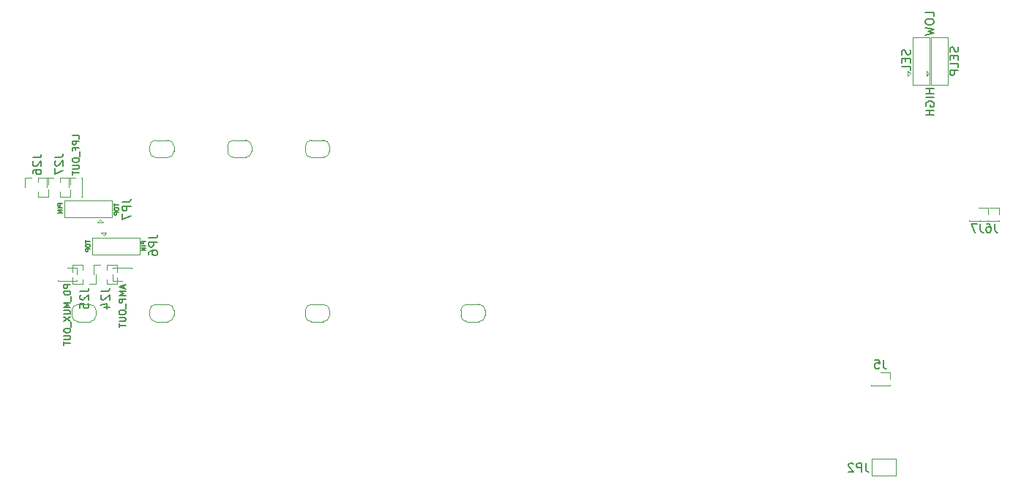
<source format=gbo>
G04 #@! TF.GenerationSoftware,KiCad,Pcbnew,(6.0.5-0)*
G04 #@! TF.CreationDate,2022-08-15T05:53:00+09:00*
G04 #@! TF.ProjectId,qLAMP-main,714c414d-502d-46d6-9169-6e2e6b696361,rev?*
G04 #@! TF.SameCoordinates,Original*
G04 #@! TF.FileFunction,Legend,Bot*
G04 #@! TF.FilePolarity,Positive*
%FSLAX46Y46*%
G04 Gerber Fmt 4.6, Leading zero omitted, Abs format (unit mm)*
G04 Created by KiCad (PCBNEW (6.0.5-0)) date 2022-08-15 05:53:00*
%MOMM*%
%LPD*%
G01*
G04 APERTURE LIST*
%ADD10C,0.127000*%
%ADD11C,0.150000*%
%ADD12C,0.149860*%
%ADD13C,0.120000*%
G04 APERTURE END LIST*
D10*
X90361809Y-103094761D02*
X90361809Y-103385047D01*
X90869809Y-103239904D02*
X90361809Y-103239904D01*
X90361809Y-103651142D02*
X90361809Y-103747904D01*
X90386000Y-103796285D01*
X90434380Y-103844666D01*
X90531142Y-103868857D01*
X90700476Y-103868857D01*
X90797238Y-103844666D01*
X90845619Y-103796285D01*
X90869809Y-103747904D01*
X90869809Y-103651142D01*
X90845619Y-103602761D01*
X90797238Y-103554380D01*
X90700476Y-103530190D01*
X90531142Y-103530190D01*
X90434380Y-103554380D01*
X90386000Y-103602761D01*
X90361809Y-103651142D01*
X90869809Y-104086571D02*
X90361809Y-104086571D01*
X90361809Y-104280095D01*
X90386000Y-104328476D01*
X90410190Y-104352666D01*
X90458571Y-104376857D01*
X90531142Y-104376857D01*
X90579523Y-104352666D01*
X90603714Y-104328476D01*
X90627904Y-104280095D01*
X90627904Y-104086571D01*
X97299809Y-103199904D02*
X96791809Y-103199904D01*
X96791809Y-103393428D01*
X96816000Y-103441809D01*
X96840190Y-103466000D01*
X96888571Y-103490190D01*
X96961142Y-103490190D01*
X97009523Y-103466000D01*
X97033714Y-103441809D01*
X97057904Y-103393428D01*
X97057904Y-103199904D01*
X97299809Y-103707904D02*
X96791809Y-103707904D01*
X97299809Y-103949809D02*
X96791809Y-103949809D01*
X97299809Y-104240095D01*
X96791809Y-104240095D01*
D11*
X185694761Y-81057142D02*
X185742380Y-81200000D01*
X185742380Y-81438095D01*
X185694761Y-81533333D01*
X185647142Y-81580952D01*
X185551904Y-81628571D01*
X185456666Y-81628571D01*
X185361428Y-81580952D01*
X185313809Y-81533333D01*
X185266190Y-81438095D01*
X185218571Y-81247619D01*
X185170952Y-81152380D01*
X185123333Y-81104761D01*
X185028095Y-81057142D01*
X184932857Y-81057142D01*
X184837619Y-81104761D01*
X184790000Y-81152380D01*
X184742380Y-81247619D01*
X184742380Y-81485714D01*
X184790000Y-81628571D01*
X185218571Y-82057142D02*
X185218571Y-82390476D01*
X185742380Y-82533333D02*
X185742380Y-82057142D01*
X184742380Y-82057142D01*
X184742380Y-82533333D01*
X185742380Y-83438095D02*
X185742380Y-82961904D01*
X184742380Y-82961904D01*
X188512380Y-85522380D02*
X187512380Y-85522380D01*
X187988571Y-85522380D02*
X187988571Y-86093809D01*
X188512380Y-86093809D02*
X187512380Y-86093809D01*
X188512380Y-86570000D02*
X187512380Y-86570000D01*
X187560000Y-87570000D02*
X187512380Y-87474761D01*
X187512380Y-87331904D01*
X187560000Y-87189047D01*
X187655238Y-87093809D01*
X187750476Y-87046190D01*
X187940952Y-86998571D01*
X188083809Y-86998571D01*
X188274285Y-87046190D01*
X188369523Y-87093809D01*
X188464761Y-87189047D01*
X188512380Y-87331904D01*
X188512380Y-87427142D01*
X188464761Y-87570000D01*
X188417142Y-87617619D01*
X188083809Y-87617619D01*
X188083809Y-87427142D01*
X188512380Y-88046190D02*
X187512380Y-88046190D01*
X187988571Y-88046190D02*
X187988571Y-88617619D01*
X188512380Y-88617619D02*
X187512380Y-88617619D01*
D10*
X87639809Y-98859904D02*
X87131809Y-98859904D01*
X87131809Y-99053428D01*
X87156000Y-99101809D01*
X87180190Y-99126000D01*
X87228571Y-99150190D01*
X87301142Y-99150190D01*
X87349523Y-99126000D01*
X87373714Y-99101809D01*
X87397904Y-99053428D01*
X87397904Y-98859904D01*
X87639809Y-99367904D02*
X87131809Y-99367904D01*
X87639809Y-99609809D02*
X87131809Y-99609809D01*
X87639809Y-99900095D01*
X87131809Y-99900095D01*
D11*
X191264761Y-80717142D02*
X191312380Y-80860000D01*
X191312380Y-81098095D01*
X191264761Y-81193333D01*
X191217142Y-81240952D01*
X191121904Y-81288571D01*
X191026666Y-81288571D01*
X190931428Y-81240952D01*
X190883809Y-81193333D01*
X190836190Y-81098095D01*
X190788571Y-80907619D01*
X190740952Y-80812380D01*
X190693333Y-80764761D01*
X190598095Y-80717142D01*
X190502857Y-80717142D01*
X190407619Y-80764761D01*
X190360000Y-80812380D01*
X190312380Y-80907619D01*
X190312380Y-81145714D01*
X190360000Y-81288571D01*
X190788571Y-81717142D02*
X190788571Y-82050476D01*
X191312380Y-82193333D02*
X191312380Y-81717142D01*
X190312380Y-81717142D01*
X190312380Y-82193333D01*
X191312380Y-83098095D02*
X191312380Y-82621904D01*
X190312380Y-82621904D01*
X191312380Y-83431428D02*
X190312380Y-83431428D01*
X190312380Y-83812380D01*
X190360000Y-83907619D01*
X190407619Y-83955238D01*
X190502857Y-84002857D01*
X190645714Y-84002857D01*
X190740952Y-83955238D01*
X190788571Y-83907619D01*
X190836190Y-83812380D01*
X190836190Y-83431428D01*
D10*
X94757000Y-108313285D02*
X94757000Y-108676142D01*
X94974714Y-108240714D02*
X94212714Y-108494714D01*
X94974714Y-108748714D01*
X94974714Y-109002714D02*
X94212714Y-109002714D01*
X94757000Y-109256714D01*
X94212714Y-109510714D01*
X94974714Y-109510714D01*
X94974714Y-109873571D02*
X94212714Y-109873571D01*
X94212714Y-110163857D01*
X94249000Y-110236428D01*
X94285285Y-110272714D01*
X94357857Y-110309000D01*
X94466714Y-110309000D01*
X94539285Y-110272714D01*
X94575571Y-110236428D01*
X94611857Y-110163857D01*
X94611857Y-109873571D01*
X95047285Y-110454142D02*
X95047285Y-111034714D01*
X94212714Y-111361285D02*
X94212714Y-111506428D01*
X94249000Y-111579000D01*
X94321571Y-111651571D01*
X94466714Y-111687857D01*
X94720714Y-111687857D01*
X94865857Y-111651571D01*
X94938428Y-111579000D01*
X94974714Y-111506428D01*
X94974714Y-111361285D01*
X94938428Y-111288714D01*
X94865857Y-111216142D01*
X94720714Y-111179857D01*
X94466714Y-111179857D01*
X94321571Y-111216142D01*
X94249000Y-111288714D01*
X94212714Y-111361285D01*
X94212714Y-112014428D02*
X94829571Y-112014428D01*
X94902142Y-112050714D01*
X94938428Y-112087000D01*
X94974714Y-112159571D01*
X94974714Y-112304714D01*
X94938428Y-112377285D01*
X94902142Y-112413571D01*
X94829571Y-112449857D01*
X94212714Y-112449857D01*
X94212714Y-112703857D02*
X94212714Y-113139285D01*
X94974714Y-112921571D02*
X94212714Y-112921571D01*
X93651796Y-98854755D02*
X93651796Y-99145041D01*
X94159796Y-98999898D02*
X93651796Y-98999898D01*
X93651796Y-99411136D02*
X93651796Y-99507898D01*
X93675987Y-99556279D01*
X93724367Y-99604660D01*
X93821129Y-99628851D01*
X93990463Y-99628851D01*
X94087225Y-99604660D01*
X94135606Y-99556279D01*
X94159796Y-99507898D01*
X94159796Y-99411136D01*
X94135606Y-99362755D01*
X94087225Y-99314374D01*
X93990463Y-99290184D01*
X93821129Y-99290184D01*
X93724367Y-99314374D01*
X93675987Y-99362755D01*
X93651796Y-99411136D01*
X94159796Y-99846565D02*
X93651796Y-99846565D01*
X93651796Y-100040089D01*
X93675987Y-100088470D01*
X93700177Y-100112660D01*
X93748558Y-100136851D01*
X93821129Y-100136851D01*
X93869510Y-100112660D01*
X93893701Y-100088470D01*
X93917891Y-100040089D01*
X93917891Y-99846565D01*
D11*
X188482380Y-77174285D02*
X188482380Y-76698095D01*
X187482380Y-76698095D01*
X187482380Y-77698095D02*
X187482380Y-77888571D01*
X187530000Y-77983809D01*
X187625238Y-78079047D01*
X187815714Y-78126666D01*
X188149047Y-78126666D01*
X188339523Y-78079047D01*
X188434761Y-77983809D01*
X188482380Y-77888571D01*
X188482380Y-77698095D01*
X188434761Y-77602857D01*
X188339523Y-77507619D01*
X188149047Y-77460000D01*
X187815714Y-77460000D01*
X187625238Y-77507619D01*
X187530000Y-77602857D01*
X187482380Y-77698095D01*
X187482380Y-78460000D02*
X188482380Y-78698095D01*
X187768095Y-78888571D01*
X188482380Y-79079047D01*
X187482380Y-79317142D01*
D10*
X88594714Y-108232857D02*
X87832714Y-108232857D01*
X87832714Y-108523142D01*
X87869000Y-108595714D01*
X87905285Y-108632000D01*
X87977857Y-108668285D01*
X88086714Y-108668285D01*
X88159285Y-108632000D01*
X88195571Y-108595714D01*
X88231857Y-108523142D01*
X88231857Y-108232857D01*
X88594714Y-108994857D02*
X87832714Y-108994857D01*
X87832714Y-109176285D01*
X87869000Y-109285142D01*
X87941571Y-109357714D01*
X88014142Y-109394000D01*
X88159285Y-109430285D01*
X88268142Y-109430285D01*
X88413285Y-109394000D01*
X88485857Y-109357714D01*
X88558428Y-109285142D01*
X88594714Y-109176285D01*
X88594714Y-108994857D01*
X88667285Y-109575428D02*
X88667285Y-110156000D01*
X88594714Y-110337428D02*
X87832714Y-110337428D01*
X88377000Y-110591428D01*
X87832714Y-110845428D01*
X88594714Y-110845428D01*
X87832714Y-111208285D02*
X88449571Y-111208285D01*
X88522142Y-111244571D01*
X88558428Y-111280857D01*
X88594714Y-111353428D01*
X88594714Y-111498571D01*
X88558428Y-111571142D01*
X88522142Y-111607428D01*
X88449571Y-111643714D01*
X87832714Y-111643714D01*
X87832714Y-111934000D02*
X88594714Y-112442000D01*
X87832714Y-112442000D02*
X88594714Y-111934000D01*
X88667285Y-112550857D02*
X88667285Y-113131428D01*
X87832714Y-113458000D02*
X87832714Y-113603142D01*
X87869000Y-113675714D01*
X87941571Y-113748285D01*
X88086714Y-113784571D01*
X88340714Y-113784571D01*
X88485857Y-113748285D01*
X88558428Y-113675714D01*
X88594714Y-113603142D01*
X88594714Y-113458000D01*
X88558428Y-113385428D01*
X88485857Y-113312857D01*
X88340714Y-113276571D01*
X88086714Y-113276571D01*
X87941571Y-113312857D01*
X87869000Y-113385428D01*
X87832714Y-113458000D01*
X87832714Y-114111142D02*
X88449571Y-114111142D01*
X88522142Y-114147428D01*
X88558428Y-114183714D01*
X88594714Y-114256285D01*
X88594714Y-114401428D01*
X88558428Y-114474000D01*
X88522142Y-114510285D01*
X88449571Y-114546571D01*
X87832714Y-114546571D01*
X87832714Y-114800571D02*
X87832714Y-115236000D01*
X88594714Y-115018285D02*
X87832714Y-115018285D01*
D12*
X84222380Y-93520476D02*
X84936666Y-93520476D01*
X85079523Y-93472857D01*
X85174761Y-93377619D01*
X85222380Y-93234761D01*
X85222380Y-93139523D01*
X84317619Y-93949047D02*
X84270000Y-93996666D01*
X84222380Y-94091904D01*
X84222380Y-94330000D01*
X84270000Y-94425238D01*
X84317619Y-94472857D01*
X84412857Y-94520476D01*
X84508095Y-94520476D01*
X84650952Y-94472857D01*
X85222380Y-93901428D01*
X85222380Y-94520476D01*
X84222380Y-95377619D02*
X84222380Y-95187142D01*
X84270000Y-95091904D01*
X84317619Y-95044285D01*
X84460476Y-94949047D01*
X84650952Y-94901428D01*
X85031904Y-94901428D01*
X85127142Y-94949047D01*
X85174761Y-94996666D01*
X85222380Y-95091904D01*
X85222380Y-95282380D01*
X85174761Y-95377619D01*
X85127142Y-95425238D01*
X85031904Y-95472857D01*
X84793809Y-95472857D01*
X84698571Y-95425238D01*
X84650952Y-95377619D01*
X84603333Y-95282380D01*
X84603333Y-95091904D01*
X84650952Y-94996666D01*
X84698571Y-94949047D01*
X84793809Y-94901428D01*
D10*
X89584714Y-91329428D02*
X89584714Y-90966571D01*
X88822714Y-90966571D01*
X89584714Y-91583428D02*
X88822714Y-91583428D01*
X88822714Y-91873714D01*
X88859000Y-91946285D01*
X88895285Y-91982571D01*
X88967857Y-92018857D01*
X89076714Y-92018857D01*
X89149285Y-91982571D01*
X89185571Y-91946285D01*
X89221857Y-91873714D01*
X89221857Y-91583428D01*
X89185571Y-92599428D02*
X89185571Y-92345428D01*
X89584714Y-92345428D02*
X88822714Y-92345428D01*
X88822714Y-92708285D01*
X89657285Y-92817142D02*
X89657285Y-93397714D01*
X88822714Y-93724285D02*
X88822714Y-93869428D01*
X88859000Y-93942000D01*
X88931571Y-94014571D01*
X89076714Y-94050857D01*
X89330714Y-94050857D01*
X89475857Y-94014571D01*
X89548428Y-93942000D01*
X89584714Y-93869428D01*
X89584714Y-93724285D01*
X89548428Y-93651714D01*
X89475857Y-93579142D01*
X89330714Y-93542857D01*
X89076714Y-93542857D01*
X88931571Y-93579142D01*
X88859000Y-93651714D01*
X88822714Y-93724285D01*
X88822714Y-94377428D02*
X89439571Y-94377428D01*
X89512142Y-94413714D01*
X89548428Y-94450000D01*
X89584714Y-94522571D01*
X89584714Y-94667714D01*
X89548428Y-94740285D01*
X89512142Y-94776571D01*
X89439571Y-94812857D01*
X88822714Y-94812857D01*
X88822714Y-95066857D02*
X88822714Y-95502285D01*
X89584714Y-95284571D02*
X88822714Y-95284571D01*
D11*
X94592380Y-98656666D02*
X95306666Y-98656666D01*
X95449523Y-98609047D01*
X95544761Y-98513809D01*
X95592380Y-98370952D01*
X95592380Y-98275714D01*
X95592380Y-99132857D02*
X94592380Y-99132857D01*
X94592380Y-99513809D01*
X94640000Y-99609047D01*
X94687619Y-99656666D01*
X94782857Y-99704285D01*
X94925714Y-99704285D01*
X95020952Y-99656666D01*
X95068571Y-99609047D01*
X95116190Y-99513809D01*
X95116190Y-99132857D01*
X94592380Y-100037619D02*
X94592380Y-100704285D01*
X95592380Y-100275714D01*
X193853333Y-101192380D02*
X193853333Y-101906666D01*
X193900952Y-102049523D01*
X193996190Y-102144761D01*
X194139047Y-102192380D01*
X194234285Y-102192380D01*
X193472380Y-101192380D02*
X192805714Y-101192380D01*
X193234285Y-102192380D01*
X97662380Y-102816666D02*
X98376666Y-102816666D01*
X98519523Y-102769047D01*
X98614761Y-102673809D01*
X98662380Y-102530952D01*
X98662380Y-102435714D01*
X98662380Y-103292857D02*
X97662380Y-103292857D01*
X97662380Y-103673809D01*
X97710000Y-103769047D01*
X97757619Y-103816666D01*
X97852857Y-103864285D01*
X97995714Y-103864285D01*
X98090952Y-103816666D01*
X98138571Y-103769047D01*
X98186190Y-103673809D01*
X98186190Y-103292857D01*
X97662380Y-104721428D02*
X97662380Y-104530952D01*
X97710000Y-104435714D01*
X97757619Y-104388095D01*
X97900476Y-104292857D01*
X98090952Y-104245238D01*
X98471904Y-104245238D01*
X98567142Y-104292857D01*
X98614761Y-104340476D01*
X98662380Y-104435714D01*
X98662380Y-104626190D01*
X98614761Y-104721428D01*
X98567142Y-104769047D01*
X98471904Y-104816666D01*
X98233809Y-104816666D01*
X98138571Y-104769047D01*
X98090952Y-104721428D01*
X98043333Y-104626190D01*
X98043333Y-104435714D01*
X98090952Y-104340476D01*
X98138571Y-104292857D01*
X98233809Y-104245238D01*
X180573333Y-128882380D02*
X180573333Y-129596666D01*
X180620952Y-129739523D01*
X180716190Y-129834761D01*
X180859047Y-129882380D01*
X180954285Y-129882380D01*
X180097142Y-129882380D02*
X180097142Y-128882380D01*
X179716190Y-128882380D01*
X179620952Y-128930000D01*
X179573333Y-128977619D01*
X179525714Y-129072857D01*
X179525714Y-129215714D01*
X179573333Y-129310952D01*
X179620952Y-129358571D01*
X179716190Y-129406190D01*
X180097142Y-129406190D01*
X179144761Y-128977619D02*
X179097142Y-128930000D01*
X179001904Y-128882380D01*
X178763809Y-128882380D01*
X178668571Y-128930000D01*
X178620952Y-128977619D01*
X178573333Y-129072857D01*
X178573333Y-129168095D01*
X178620952Y-129310952D01*
X179192380Y-129882380D01*
X178573333Y-129882380D01*
X182613334Y-116917391D02*
X182613334Y-117631677D01*
X182660953Y-117774534D01*
X182756191Y-117869772D01*
X182899048Y-117917391D01*
X182994286Y-117917391D01*
X181660953Y-116917391D02*
X182137143Y-116917391D01*
X182184762Y-117393582D01*
X182137143Y-117345963D01*
X182041905Y-117298344D01*
X181803810Y-117298344D01*
X181708572Y-117345963D01*
X181660953Y-117393582D01*
X181613334Y-117488820D01*
X181613334Y-117726915D01*
X181660953Y-117822153D01*
X181708572Y-117869772D01*
X181803810Y-117917391D01*
X182041905Y-117917391D01*
X182137143Y-117869772D01*
X182184762Y-117822153D01*
X89706382Y-109000482D02*
X90420668Y-109000482D01*
X90563525Y-108952863D01*
X90658763Y-108857625D01*
X90706382Y-108714767D01*
X90706382Y-108619529D01*
X89801621Y-109429053D02*
X89754002Y-109476672D01*
X89706382Y-109571910D01*
X89706382Y-109810006D01*
X89754002Y-109905244D01*
X89801621Y-109952863D01*
X89896859Y-110000482D01*
X89992097Y-110000482D01*
X90134954Y-109952863D01*
X90706382Y-109381434D01*
X90706382Y-110000482D01*
X89706382Y-110905244D02*
X89706382Y-110429053D01*
X90182573Y-110381434D01*
X90134954Y-110429053D01*
X90087335Y-110524291D01*
X90087335Y-110762386D01*
X90134954Y-110857625D01*
X90182573Y-110905244D01*
X90277811Y-110952863D01*
X90515906Y-110952863D01*
X90611144Y-110905244D01*
X90658763Y-110857625D01*
X90706382Y-110762386D01*
X90706382Y-110524291D01*
X90658763Y-110429053D01*
X90611144Y-110381434D01*
X92116382Y-109000482D02*
X92830668Y-109000482D01*
X92973525Y-108952863D01*
X93068763Y-108857625D01*
X93116382Y-108714767D01*
X93116382Y-108619529D01*
X92211621Y-109429053D02*
X92164002Y-109476672D01*
X92116382Y-109571910D01*
X92116382Y-109810006D01*
X92164002Y-109905244D01*
X92211621Y-109952863D01*
X92306859Y-110000482D01*
X92402097Y-110000482D01*
X92544954Y-109952863D01*
X93116382Y-109381434D01*
X93116382Y-110000482D01*
X92449716Y-110857625D02*
X93116382Y-110857625D01*
X92068763Y-110619529D02*
X92783049Y-110381434D01*
X92783049Y-111000482D01*
X195503333Y-101172380D02*
X195503333Y-101886666D01*
X195550952Y-102029523D01*
X195646190Y-102124761D01*
X195789047Y-102172380D01*
X195884285Y-102172380D01*
X194598571Y-101172380D02*
X194789047Y-101172380D01*
X194884285Y-101220000D01*
X194931904Y-101267619D01*
X195027142Y-101410476D01*
X195074761Y-101600952D01*
X195074761Y-101981904D01*
X195027142Y-102077142D01*
X194979523Y-102124761D01*
X194884285Y-102172380D01*
X194693809Y-102172380D01*
X194598571Y-102124761D01*
X194550952Y-102077142D01*
X194503333Y-101981904D01*
X194503333Y-101743809D01*
X194550952Y-101648571D01*
X194598571Y-101600952D01*
X194693809Y-101553333D01*
X194884285Y-101553333D01*
X194979523Y-101600952D01*
X195027142Y-101648571D01*
X195074761Y-101743809D01*
X86762380Y-93460482D02*
X87476666Y-93460482D01*
X87619523Y-93412863D01*
X87714761Y-93317625D01*
X87762380Y-93174767D01*
X87762380Y-93079529D01*
X86857619Y-93889053D02*
X86810000Y-93936672D01*
X86762380Y-94031910D01*
X86762380Y-94270006D01*
X86810000Y-94365244D01*
X86857619Y-94412863D01*
X86952857Y-94460482D01*
X87048095Y-94460482D01*
X87190952Y-94412863D01*
X87762380Y-93841434D01*
X87762380Y-94460482D01*
X86762380Y-94793815D02*
X86762380Y-95460482D01*
X87762380Y-95031910D01*
D13*
X89350000Y-107810000D02*
X89350000Y-107745000D01*
X87130000Y-107810000D02*
X87130000Y-107745000D01*
X89350000Y-107810000D02*
X87130000Y-107810000D01*
X89350000Y-107050000D02*
X89350000Y-106290000D01*
X89350000Y-106290000D02*
X88240000Y-106290000D01*
X89350000Y-107810000D02*
X88803471Y-107810000D01*
X87676529Y-107810000D02*
X87130000Y-107810000D01*
X95153471Y-106290000D02*
X95700000Y-106290000D01*
X93480000Y-106290000D02*
X93480000Y-106355000D01*
X93480000Y-107810000D02*
X94590000Y-107810000D01*
X93480000Y-106290000D02*
X94026529Y-106290000D01*
X93480000Y-106290000D02*
X95700000Y-106290000D01*
X95700000Y-106290000D02*
X95700000Y-106355000D01*
X93480000Y-107050000D02*
X93480000Y-107810000D01*
X91744980Y-101019994D02*
X92044980Y-100719994D01*
X92044980Y-100719994D02*
X92344980Y-101019994D01*
X93394980Y-100469994D02*
X93394980Y-98519994D01*
X92344980Y-101019994D02*
X91744980Y-101019994D01*
X87894980Y-98519994D02*
X87894980Y-100469994D01*
X87894980Y-100469994D02*
X93394980Y-100469994D01*
X93394980Y-98519994D02*
X87894980Y-98519994D01*
X100557211Y-111801633D02*
X100557211Y-111201633D01*
X98457211Y-112501633D02*
X99857211Y-112501633D01*
X99857211Y-110501633D02*
X98457211Y-110501633D01*
X97757211Y-111201633D02*
X97757211Y-111801633D01*
X100557211Y-111201633D02*
G75*
G03*
X99857211Y-110501633I-699999J1D01*
G01*
X98457211Y-110501633D02*
G75*
G03*
X97757211Y-111201633I0J-700000D01*
G01*
X97757211Y-111801633D02*
G75*
G03*
X98457211Y-112501633I700000J0D01*
G01*
X99857211Y-112501633D02*
G75*
G03*
X100557211Y-111801633I1J699999D01*
G01*
X192530989Y-100830006D02*
X192530989Y-100765006D01*
X193077518Y-100830006D02*
X192530989Y-100830006D01*
X194750989Y-100830006D02*
X192530989Y-100830006D01*
X194750989Y-100070006D02*
X194750989Y-99310006D01*
X194750989Y-100830006D02*
X194750989Y-100765006D01*
X194750989Y-100830006D02*
X194204460Y-100830006D01*
X194750989Y-99310006D02*
X193640989Y-99310006D01*
X106757211Y-92202066D02*
X106757211Y-92802066D01*
X108857211Y-91502066D02*
X107457211Y-91502066D01*
X109557211Y-92802066D02*
X109557211Y-92202066D01*
X107457211Y-93502066D02*
X108857211Y-93502066D01*
X107457211Y-91502066D02*
G75*
G03*
X106757211Y-92202066I0J-700000D01*
G01*
X106757211Y-92802066D02*
G75*
G03*
X107457211Y-93502066I700000J0D01*
G01*
X108857211Y-93502066D02*
G75*
G03*
X109557211Y-92802066I1J699999D01*
G01*
X109557211Y-92202066D02*
G75*
G03*
X108857211Y-91502066I-699999J1D01*
G01*
X89926003Y-98040021D02*
X89861003Y-98040021D01*
X89926003Y-97493492D02*
X89926003Y-98040021D01*
X89926003Y-95820021D02*
X89926003Y-98040021D01*
X89926003Y-95820021D02*
X89861003Y-95820021D01*
X89166003Y-95820021D02*
X88406003Y-95820021D01*
X89926003Y-95820021D02*
X89926003Y-96366550D01*
X88406003Y-95820021D02*
X88406003Y-96930021D01*
X92449994Y-102519999D02*
X92149994Y-102219999D01*
X92749994Y-102219999D02*
X92449994Y-102519999D01*
X92149994Y-102219999D02*
X92749994Y-102219999D01*
X96599994Y-102769999D02*
X91099994Y-102769999D01*
X96599994Y-104719999D02*
X96599994Y-102769999D01*
X91099994Y-102769999D02*
X91099994Y-104719999D01*
X91099994Y-104719999D02*
X96599994Y-104719999D01*
X134457211Y-112501633D02*
X135857211Y-112501633D01*
X135857211Y-110501633D02*
X134457211Y-110501633D01*
X133757211Y-111201633D02*
X133757211Y-111801633D01*
X136557211Y-111801633D02*
X136557211Y-111201633D01*
X134457211Y-110501633D02*
G75*
G03*
X133757211Y-111201633I0J-700000D01*
G01*
X136557211Y-111201633D02*
G75*
G03*
X135857211Y-110501633I-699999J1D01*
G01*
X135857211Y-112501633D02*
G75*
G03*
X136557211Y-111801633I1J699999D01*
G01*
X133757211Y-111801633D02*
G75*
G03*
X134457211Y-112501633I700000J0D01*
G01*
X97757211Y-92202066D02*
X97757211Y-92802066D01*
X98457211Y-93502066D02*
X99857211Y-93502066D01*
X99857211Y-91502066D02*
X98457211Y-91502066D01*
X100557211Y-92802066D02*
X100557211Y-92202066D01*
X97757211Y-92802066D02*
G75*
G03*
X98457211Y-93502066I699999J-1D01*
G01*
X99857211Y-93502066D02*
G75*
G03*
X100557211Y-92802066I0J700000D01*
G01*
X98457211Y-91502066D02*
G75*
G03*
X97757211Y-92202066I-1J-699999D01*
G01*
X100557211Y-92202066D02*
G75*
G03*
X99857211Y-91502066I-700000J0D01*
G01*
X181290000Y-130350000D02*
X184090000Y-130350000D01*
X184090000Y-128350000D02*
X181290000Y-128350000D01*
X184090000Y-130350000D02*
X184090000Y-128350000D01*
X181290000Y-128350000D02*
X181290000Y-130350000D01*
X86050995Y-95820009D02*
X86050995Y-96622479D01*
X84845995Y-98040009D02*
X86050995Y-98040009D01*
X84845995Y-95820009D02*
X86050995Y-95820009D01*
X83325995Y-95820009D02*
X83325995Y-96930009D01*
X84085995Y-95820009D02*
X83325995Y-95820009D01*
X84845995Y-95820009D02*
X84845995Y-96366538D01*
X86050995Y-97237539D02*
X86050995Y-98040009D01*
X84845995Y-97493480D02*
X84845995Y-98040009D01*
X115757211Y-111201633D02*
X115757211Y-111801633D01*
X116457211Y-112501633D02*
X117857211Y-112501633D01*
X118557211Y-111801633D02*
X118557211Y-111201633D01*
X117857211Y-110501633D02*
X116457211Y-110501633D01*
X118557211Y-111201633D02*
G75*
G03*
X117857211Y-110501633I-699999J1D01*
G01*
X115757211Y-111801633D02*
G75*
G03*
X116457211Y-112501633I700000J0D01*
G01*
X117857211Y-112501633D02*
G75*
G03*
X118557211Y-111801633I1J699999D01*
G01*
X116457211Y-110501633D02*
G75*
G03*
X115757211Y-111201633I0J-700000D01*
G01*
X186007487Y-85140005D02*
X187957487Y-85140005D01*
X185457487Y-83490005D02*
X185757487Y-83790005D01*
X186007487Y-79640005D02*
X186007487Y-85140005D01*
X185757487Y-83790005D02*
X185457487Y-84090005D01*
X187957487Y-85140005D02*
X187957487Y-79640005D01*
X187957487Y-79640005D02*
X186007487Y-79640005D01*
X185457487Y-84090005D02*
X185457487Y-83490005D01*
X89457211Y-112501633D02*
X90857211Y-112501633D01*
X90857211Y-110501633D02*
X89457211Y-110501633D01*
X88757211Y-111201633D02*
X88757211Y-111801633D01*
X91557211Y-111801633D02*
X91557211Y-111201633D01*
X88757211Y-111801633D02*
G75*
G03*
X89457211Y-112501633I700000J0D01*
G01*
X91557211Y-111201633D02*
G75*
G03*
X90857211Y-110501633I-699999J1D01*
G01*
X90857211Y-112501633D02*
G75*
G03*
X91557211Y-111801633I1J699999D01*
G01*
X89457211Y-110501633D02*
G75*
G03*
X88757211Y-111201633I0J-700000D01*
G01*
X181170001Y-119920011D02*
X181170001Y-119855011D01*
X183390001Y-118400011D02*
X182280001Y-118400011D01*
X183390001Y-119920011D02*
X183390001Y-119855011D01*
X183390001Y-119160011D02*
X183390001Y-118400011D01*
X183390001Y-119920011D02*
X181170001Y-119920011D01*
X183390001Y-119920011D02*
X182843472Y-119920011D01*
X181716530Y-119920011D02*
X181170001Y-119920011D01*
X118557211Y-92802066D02*
X118557211Y-92202066D01*
X117857211Y-91502066D02*
X116457211Y-91502066D01*
X115757211Y-92202066D02*
X115757211Y-92802066D01*
X116457211Y-93502066D02*
X117857211Y-93502066D01*
X115757211Y-92802066D02*
G75*
G03*
X116457211Y-93502066I700000J0D01*
G01*
X118557211Y-92202066D02*
G75*
G03*
X117857211Y-91502066I-699999J1D01*
G01*
X117857211Y-93502066D02*
G75*
G03*
X118557211Y-92802066I1J699999D01*
G01*
X116457211Y-91502066D02*
G75*
G03*
X115757211Y-92202066I0J-700000D01*
G01*
X90020000Y-108160000D02*
X88815000Y-108160000D01*
X88815000Y-106742470D02*
X88815000Y-105940000D01*
X90780000Y-108160000D02*
X91540000Y-108160000D01*
X90020000Y-106486529D02*
X90020000Y-105940000D01*
X90020000Y-105940000D02*
X88815000Y-105940000D01*
X90020000Y-108160000D02*
X90020000Y-107613471D01*
X91540000Y-108160000D02*
X91540000Y-107050000D01*
X88815000Y-108160000D02*
X88815000Y-107357530D01*
X92810000Y-108160000D02*
X94015000Y-108160000D01*
X92050000Y-105940000D02*
X91290000Y-105940000D01*
X94015000Y-107357530D02*
X94015000Y-108160000D01*
X94015000Y-105940000D02*
X94015000Y-106742470D01*
X92810000Y-107613471D02*
X92810000Y-108160000D01*
X92810000Y-105940000D02*
X92810000Y-106486529D01*
X91290000Y-105940000D02*
X91290000Y-107050000D01*
X92810000Y-105940000D02*
X94015000Y-105940000D01*
X196020989Y-100070006D02*
X196020989Y-99310006D01*
X196020989Y-100830006D02*
X195474460Y-100830006D01*
X193800989Y-100830006D02*
X193800989Y-100765006D01*
X194347518Y-100830006D02*
X193800989Y-100830006D01*
X196020989Y-100830006D02*
X193800989Y-100830006D01*
X196020989Y-100830006D02*
X196020989Y-100765006D01*
X196020989Y-99310006D02*
X194910989Y-99310006D01*
X85865995Y-95820009D02*
X85865995Y-96930009D01*
X87385995Y-95820009D02*
X88590995Y-95820009D01*
X86625995Y-95820009D02*
X85865995Y-95820009D01*
X88590995Y-95820009D02*
X88590995Y-96622479D01*
X88590995Y-97237539D02*
X88590995Y-98040009D01*
X87385995Y-95820009D02*
X87385995Y-96366538D01*
X87385995Y-98040009D02*
X88590995Y-98040009D01*
X87385995Y-97493480D02*
X87385995Y-98040009D01*
X190100003Y-79640005D02*
X188150003Y-79640005D01*
X188150003Y-85140005D02*
X190100003Y-85140005D01*
X187600003Y-84090005D02*
X187600003Y-83490005D01*
X188150003Y-79640005D02*
X188150003Y-85140005D01*
X187600003Y-83490005D02*
X187900003Y-83790005D01*
X187900003Y-83790005D02*
X187600003Y-84090005D01*
X190100003Y-85140005D02*
X190100003Y-79640005D01*
M02*

</source>
